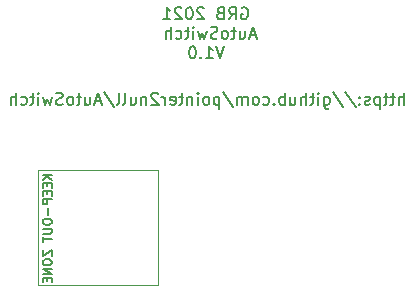
<source format=gbr>
%TF.GenerationSoftware,KiCad,Pcbnew,(5.1.10)-1*%
%TF.CreationDate,2021-12-14T14:45:45+00:00*%
%TF.ProjectId,vacSwitch,76616353-7769-4746-9368-2e6b69636164,rev?*%
%TF.SameCoordinates,Original*%
%TF.FileFunction,Legend,Bot*%
%TF.FilePolarity,Positive*%
%FSLAX46Y46*%
G04 Gerber Fmt 4.6, Leading zero omitted, Abs format (unit mm)*
G04 Created by KiCad (PCBNEW (5.1.10)-1) date 2021-12-14 14:45:45*
%MOMM*%
%LPD*%
G01*
G04 APERTURE LIST*
%ADD10C,0.150000*%
%ADD11C,0.120000*%
G04 APERTURE END LIST*
D10*
X165105857Y-110815380D02*
X165105857Y-109815380D01*
X164677285Y-110815380D02*
X164677285Y-110291571D01*
X164724904Y-110196333D01*
X164820142Y-110148714D01*
X164963000Y-110148714D01*
X165058238Y-110196333D01*
X165105857Y-110243952D01*
X164343952Y-110148714D02*
X163963000Y-110148714D01*
X164201095Y-109815380D02*
X164201095Y-110672523D01*
X164153476Y-110767761D01*
X164058238Y-110815380D01*
X163963000Y-110815380D01*
X163772523Y-110148714D02*
X163391571Y-110148714D01*
X163629666Y-109815380D02*
X163629666Y-110672523D01*
X163582047Y-110767761D01*
X163486809Y-110815380D01*
X163391571Y-110815380D01*
X163058238Y-110148714D02*
X163058238Y-111148714D01*
X163058238Y-110196333D02*
X162963000Y-110148714D01*
X162772523Y-110148714D01*
X162677285Y-110196333D01*
X162629666Y-110243952D01*
X162582047Y-110339190D01*
X162582047Y-110624904D01*
X162629666Y-110720142D01*
X162677285Y-110767761D01*
X162772523Y-110815380D01*
X162963000Y-110815380D01*
X163058238Y-110767761D01*
X162201095Y-110767761D02*
X162105857Y-110815380D01*
X161915380Y-110815380D01*
X161820142Y-110767761D01*
X161772523Y-110672523D01*
X161772523Y-110624904D01*
X161820142Y-110529666D01*
X161915380Y-110482047D01*
X162058238Y-110482047D01*
X162153476Y-110434428D01*
X162201095Y-110339190D01*
X162201095Y-110291571D01*
X162153476Y-110196333D01*
X162058238Y-110148714D01*
X161915380Y-110148714D01*
X161820142Y-110196333D01*
X161343952Y-110720142D02*
X161296333Y-110767761D01*
X161343952Y-110815380D01*
X161391571Y-110767761D01*
X161343952Y-110720142D01*
X161343952Y-110815380D01*
X161343952Y-110196333D02*
X161296333Y-110243952D01*
X161343952Y-110291571D01*
X161391571Y-110243952D01*
X161343952Y-110196333D01*
X161343952Y-110291571D01*
X160153476Y-109767761D02*
X161010619Y-111053476D01*
X159105857Y-109767761D02*
X159963000Y-111053476D01*
X158343952Y-110148714D02*
X158343952Y-110958238D01*
X158391571Y-111053476D01*
X158439190Y-111101095D01*
X158534428Y-111148714D01*
X158677285Y-111148714D01*
X158772523Y-111101095D01*
X158343952Y-110767761D02*
X158439190Y-110815380D01*
X158629666Y-110815380D01*
X158724904Y-110767761D01*
X158772523Y-110720142D01*
X158820142Y-110624904D01*
X158820142Y-110339190D01*
X158772523Y-110243952D01*
X158724904Y-110196333D01*
X158629666Y-110148714D01*
X158439190Y-110148714D01*
X158343952Y-110196333D01*
X157867761Y-110815380D02*
X157867761Y-110148714D01*
X157867761Y-109815380D02*
X157915380Y-109863000D01*
X157867761Y-109910619D01*
X157820142Y-109863000D01*
X157867761Y-109815380D01*
X157867761Y-109910619D01*
X157534428Y-110148714D02*
X157153476Y-110148714D01*
X157391571Y-109815380D02*
X157391571Y-110672523D01*
X157343952Y-110767761D01*
X157248714Y-110815380D01*
X157153476Y-110815380D01*
X156820142Y-110815380D02*
X156820142Y-109815380D01*
X156391571Y-110815380D02*
X156391571Y-110291571D01*
X156439190Y-110196333D01*
X156534428Y-110148714D01*
X156677285Y-110148714D01*
X156772523Y-110196333D01*
X156820142Y-110243952D01*
X155486809Y-110148714D02*
X155486809Y-110815380D01*
X155915380Y-110148714D02*
X155915380Y-110672523D01*
X155867761Y-110767761D01*
X155772523Y-110815380D01*
X155629666Y-110815380D01*
X155534428Y-110767761D01*
X155486809Y-110720142D01*
X155010619Y-110815380D02*
X155010619Y-109815380D01*
X155010619Y-110196333D02*
X154915380Y-110148714D01*
X154724904Y-110148714D01*
X154629666Y-110196333D01*
X154582047Y-110243952D01*
X154534428Y-110339190D01*
X154534428Y-110624904D01*
X154582047Y-110720142D01*
X154629666Y-110767761D01*
X154724904Y-110815380D01*
X154915380Y-110815380D01*
X155010619Y-110767761D01*
X154105857Y-110720142D02*
X154058238Y-110767761D01*
X154105857Y-110815380D01*
X154153476Y-110767761D01*
X154105857Y-110720142D01*
X154105857Y-110815380D01*
X153201095Y-110767761D02*
X153296333Y-110815380D01*
X153486809Y-110815380D01*
X153582047Y-110767761D01*
X153629666Y-110720142D01*
X153677285Y-110624904D01*
X153677285Y-110339190D01*
X153629666Y-110243952D01*
X153582047Y-110196333D01*
X153486809Y-110148714D01*
X153296333Y-110148714D01*
X153201095Y-110196333D01*
X152629666Y-110815380D02*
X152724904Y-110767761D01*
X152772523Y-110720142D01*
X152820142Y-110624904D01*
X152820142Y-110339190D01*
X152772523Y-110243952D01*
X152724904Y-110196333D01*
X152629666Y-110148714D01*
X152486809Y-110148714D01*
X152391571Y-110196333D01*
X152343952Y-110243952D01*
X152296333Y-110339190D01*
X152296333Y-110624904D01*
X152343952Y-110720142D01*
X152391571Y-110767761D01*
X152486809Y-110815380D01*
X152629666Y-110815380D01*
X151867761Y-110815380D02*
X151867761Y-110148714D01*
X151867761Y-110243952D02*
X151820142Y-110196333D01*
X151724904Y-110148714D01*
X151582047Y-110148714D01*
X151486809Y-110196333D01*
X151439190Y-110291571D01*
X151439190Y-110815380D01*
X151439190Y-110291571D02*
X151391571Y-110196333D01*
X151296333Y-110148714D01*
X151153476Y-110148714D01*
X151058238Y-110196333D01*
X151010619Y-110291571D01*
X151010619Y-110815380D01*
X149820142Y-109767761D02*
X150677285Y-111053476D01*
X149486809Y-110148714D02*
X149486809Y-111148714D01*
X149486809Y-110196333D02*
X149391571Y-110148714D01*
X149201095Y-110148714D01*
X149105857Y-110196333D01*
X149058238Y-110243952D01*
X149010619Y-110339190D01*
X149010619Y-110624904D01*
X149058238Y-110720142D01*
X149105857Y-110767761D01*
X149201095Y-110815380D01*
X149391571Y-110815380D01*
X149486809Y-110767761D01*
X148439190Y-110815380D02*
X148534428Y-110767761D01*
X148582047Y-110720142D01*
X148629666Y-110624904D01*
X148629666Y-110339190D01*
X148582047Y-110243952D01*
X148534428Y-110196333D01*
X148439190Y-110148714D01*
X148296333Y-110148714D01*
X148201095Y-110196333D01*
X148153476Y-110243952D01*
X148105857Y-110339190D01*
X148105857Y-110624904D01*
X148153476Y-110720142D01*
X148201095Y-110767761D01*
X148296333Y-110815380D01*
X148439190Y-110815380D01*
X147677285Y-110815380D02*
X147677285Y-110148714D01*
X147677285Y-109815380D02*
X147724904Y-109863000D01*
X147677285Y-109910619D01*
X147629666Y-109863000D01*
X147677285Y-109815380D01*
X147677285Y-109910619D01*
X147201095Y-110148714D02*
X147201095Y-110815380D01*
X147201095Y-110243952D02*
X147153476Y-110196333D01*
X147058238Y-110148714D01*
X146915380Y-110148714D01*
X146820142Y-110196333D01*
X146772523Y-110291571D01*
X146772523Y-110815380D01*
X146439190Y-110148714D02*
X146058238Y-110148714D01*
X146296333Y-109815380D02*
X146296333Y-110672523D01*
X146248714Y-110767761D01*
X146153476Y-110815380D01*
X146058238Y-110815380D01*
X145343952Y-110767761D02*
X145439190Y-110815380D01*
X145629666Y-110815380D01*
X145724904Y-110767761D01*
X145772523Y-110672523D01*
X145772523Y-110291571D01*
X145724904Y-110196333D01*
X145629666Y-110148714D01*
X145439190Y-110148714D01*
X145343952Y-110196333D01*
X145296333Y-110291571D01*
X145296333Y-110386809D01*
X145772523Y-110482047D01*
X144867761Y-110815380D02*
X144867761Y-110148714D01*
X144867761Y-110339190D02*
X144820142Y-110243952D01*
X144772523Y-110196333D01*
X144677285Y-110148714D01*
X144582047Y-110148714D01*
X144296333Y-109910619D02*
X144248714Y-109863000D01*
X144153476Y-109815380D01*
X143915380Y-109815380D01*
X143820142Y-109863000D01*
X143772523Y-109910619D01*
X143724904Y-110005857D01*
X143724904Y-110101095D01*
X143772523Y-110243952D01*
X144343952Y-110815380D01*
X143724904Y-110815380D01*
X143296333Y-110148714D02*
X143296333Y-110815380D01*
X143296333Y-110243952D02*
X143248714Y-110196333D01*
X143153476Y-110148714D01*
X143010619Y-110148714D01*
X142915380Y-110196333D01*
X142867761Y-110291571D01*
X142867761Y-110815380D01*
X141963000Y-110148714D02*
X141963000Y-110815380D01*
X142391571Y-110148714D02*
X142391571Y-110672523D01*
X142343952Y-110767761D01*
X142248714Y-110815380D01*
X142105857Y-110815380D01*
X142010619Y-110767761D01*
X141963000Y-110720142D01*
X141343952Y-110815380D02*
X141439190Y-110767761D01*
X141486809Y-110672523D01*
X141486809Y-109815380D01*
X140820142Y-110815380D02*
X140915380Y-110767761D01*
X140963000Y-110672523D01*
X140963000Y-109815380D01*
X139724904Y-109767761D02*
X140582047Y-111053476D01*
X139439190Y-110529666D02*
X138963000Y-110529666D01*
X139534428Y-110815380D02*
X139201095Y-109815380D01*
X138867761Y-110815380D01*
X138105857Y-110148714D02*
X138105857Y-110815380D01*
X138534428Y-110148714D02*
X138534428Y-110672523D01*
X138486809Y-110767761D01*
X138391571Y-110815380D01*
X138248714Y-110815380D01*
X138153476Y-110767761D01*
X138105857Y-110720142D01*
X137772523Y-110148714D02*
X137391571Y-110148714D01*
X137629666Y-109815380D02*
X137629666Y-110672523D01*
X137582047Y-110767761D01*
X137486809Y-110815380D01*
X137391571Y-110815380D01*
X136915380Y-110815380D02*
X137010619Y-110767761D01*
X137058238Y-110720142D01*
X137105857Y-110624904D01*
X137105857Y-110339190D01*
X137058238Y-110243952D01*
X137010619Y-110196333D01*
X136915380Y-110148714D01*
X136772523Y-110148714D01*
X136677285Y-110196333D01*
X136629666Y-110243952D01*
X136582047Y-110339190D01*
X136582047Y-110624904D01*
X136629666Y-110720142D01*
X136677285Y-110767761D01*
X136772523Y-110815380D01*
X136915380Y-110815380D01*
X136201095Y-110767761D02*
X136058238Y-110815380D01*
X135820142Y-110815380D01*
X135724904Y-110767761D01*
X135677285Y-110720142D01*
X135629666Y-110624904D01*
X135629666Y-110529666D01*
X135677285Y-110434428D01*
X135724904Y-110386809D01*
X135820142Y-110339190D01*
X136010619Y-110291571D01*
X136105857Y-110243952D01*
X136153476Y-110196333D01*
X136201095Y-110101095D01*
X136201095Y-110005857D01*
X136153476Y-109910619D01*
X136105857Y-109863000D01*
X136010619Y-109815380D01*
X135772523Y-109815380D01*
X135629666Y-109863000D01*
X135296333Y-110148714D02*
X135105857Y-110815380D01*
X134915380Y-110339190D01*
X134724904Y-110815380D01*
X134534428Y-110148714D01*
X134153476Y-110815380D02*
X134153476Y-110148714D01*
X134153476Y-109815380D02*
X134201095Y-109863000D01*
X134153476Y-109910619D01*
X134105857Y-109863000D01*
X134153476Y-109815380D01*
X134153476Y-109910619D01*
X133820142Y-110148714D02*
X133439190Y-110148714D01*
X133677285Y-109815380D02*
X133677285Y-110672523D01*
X133629666Y-110767761D01*
X133534428Y-110815380D01*
X133439190Y-110815380D01*
X132677285Y-110767761D02*
X132772523Y-110815380D01*
X132963000Y-110815380D01*
X133058238Y-110767761D01*
X133105857Y-110720142D01*
X133153476Y-110624904D01*
X133153476Y-110339190D01*
X133105857Y-110243952D01*
X133058238Y-110196333D01*
X132963000Y-110148714D01*
X132772523Y-110148714D01*
X132677285Y-110196333D01*
X132248714Y-110815380D02*
X132248714Y-109815380D01*
X131820142Y-110815380D02*
X131820142Y-110291571D01*
X131867761Y-110196333D01*
X131963000Y-110148714D01*
X132105857Y-110148714D01*
X132201095Y-110196333D01*
X132248714Y-110243952D01*
D11*
X134112000Y-116332000D02*
X134239000Y-116332000D01*
X134112000Y-126111000D02*
X134112000Y-116332000D01*
X144272000Y-126111000D02*
X134112000Y-126111000D01*
X144272000Y-116332000D02*
X144272000Y-126111000D01*
X134239000Y-116332000D02*
X144272000Y-116332000D01*
D10*
X151359809Y-102625000D02*
X151455047Y-102577380D01*
X151597904Y-102577380D01*
X151740761Y-102625000D01*
X151836000Y-102720238D01*
X151883619Y-102815476D01*
X151931238Y-103005952D01*
X151931238Y-103148809D01*
X151883619Y-103339285D01*
X151836000Y-103434523D01*
X151740761Y-103529761D01*
X151597904Y-103577380D01*
X151502666Y-103577380D01*
X151359809Y-103529761D01*
X151312190Y-103482142D01*
X151312190Y-103148809D01*
X151502666Y-103148809D01*
X150312190Y-103577380D02*
X150645523Y-103101190D01*
X150883619Y-103577380D02*
X150883619Y-102577380D01*
X150502666Y-102577380D01*
X150407428Y-102625000D01*
X150359809Y-102672619D01*
X150312190Y-102767857D01*
X150312190Y-102910714D01*
X150359809Y-103005952D01*
X150407428Y-103053571D01*
X150502666Y-103101190D01*
X150883619Y-103101190D01*
X149550285Y-103053571D02*
X149407428Y-103101190D01*
X149359809Y-103148809D01*
X149312190Y-103244047D01*
X149312190Y-103386904D01*
X149359809Y-103482142D01*
X149407428Y-103529761D01*
X149502666Y-103577380D01*
X149883619Y-103577380D01*
X149883619Y-102577380D01*
X149550285Y-102577380D01*
X149455047Y-102625000D01*
X149407428Y-102672619D01*
X149359809Y-102767857D01*
X149359809Y-102863095D01*
X149407428Y-102958333D01*
X149455047Y-103005952D01*
X149550285Y-103053571D01*
X149883619Y-103053571D01*
X148169333Y-102672619D02*
X148121714Y-102625000D01*
X148026476Y-102577380D01*
X147788380Y-102577380D01*
X147693142Y-102625000D01*
X147645523Y-102672619D01*
X147597904Y-102767857D01*
X147597904Y-102863095D01*
X147645523Y-103005952D01*
X148216952Y-103577380D01*
X147597904Y-103577380D01*
X146978857Y-102577380D02*
X146883619Y-102577380D01*
X146788380Y-102625000D01*
X146740761Y-102672619D01*
X146693142Y-102767857D01*
X146645523Y-102958333D01*
X146645523Y-103196428D01*
X146693142Y-103386904D01*
X146740761Y-103482142D01*
X146788380Y-103529761D01*
X146883619Y-103577380D01*
X146978857Y-103577380D01*
X147074095Y-103529761D01*
X147121714Y-103482142D01*
X147169333Y-103386904D01*
X147216952Y-103196428D01*
X147216952Y-102958333D01*
X147169333Y-102767857D01*
X147121714Y-102672619D01*
X147074095Y-102625000D01*
X146978857Y-102577380D01*
X146264571Y-102672619D02*
X146216952Y-102625000D01*
X146121714Y-102577380D01*
X145883619Y-102577380D01*
X145788380Y-102625000D01*
X145740761Y-102672619D01*
X145693142Y-102767857D01*
X145693142Y-102863095D01*
X145740761Y-103005952D01*
X146312190Y-103577380D01*
X145693142Y-103577380D01*
X144740761Y-103577380D02*
X145312190Y-103577380D01*
X145026476Y-103577380D02*
X145026476Y-102577380D01*
X145121714Y-102720238D01*
X145216952Y-102815476D01*
X145312190Y-102863095D01*
X152550285Y-104941666D02*
X152074095Y-104941666D01*
X152645523Y-105227380D02*
X152312190Y-104227380D01*
X151978857Y-105227380D01*
X151216952Y-104560714D02*
X151216952Y-105227380D01*
X151645523Y-104560714D02*
X151645523Y-105084523D01*
X151597904Y-105179761D01*
X151502666Y-105227380D01*
X151359809Y-105227380D01*
X151264571Y-105179761D01*
X151216952Y-105132142D01*
X150883619Y-104560714D02*
X150502666Y-104560714D01*
X150740761Y-104227380D02*
X150740761Y-105084523D01*
X150693142Y-105179761D01*
X150597904Y-105227380D01*
X150502666Y-105227380D01*
X150026476Y-105227380D02*
X150121714Y-105179761D01*
X150169333Y-105132142D01*
X150216952Y-105036904D01*
X150216952Y-104751190D01*
X150169333Y-104655952D01*
X150121714Y-104608333D01*
X150026476Y-104560714D01*
X149883619Y-104560714D01*
X149788380Y-104608333D01*
X149740761Y-104655952D01*
X149693142Y-104751190D01*
X149693142Y-105036904D01*
X149740761Y-105132142D01*
X149788380Y-105179761D01*
X149883619Y-105227380D01*
X150026476Y-105227380D01*
X149312190Y-105179761D02*
X149169333Y-105227380D01*
X148931238Y-105227380D01*
X148836000Y-105179761D01*
X148788380Y-105132142D01*
X148740761Y-105036904D01*
X148740761Y-104941666D01*
X148788380Y-104846428D01*
X148836000Y-104798809D01*
X148931238Y-104751190D01*
X149121714Y-104703571D01*
X149216952Y-104655952D01*
X149264571Y-104608333D01*
X149312190Y-104513095D01*
X149312190Y-104417857D01*
X149264571Y-104322619D01*
X149216952Y-104275000D01*
X149121714Y-104227380D01*
X148883619Y-104227380D01*
X148740761Y-104275000D01*
X148407428Y-104560714D02*
X148216952Y-105227380D01*
X148026476Y-104751190D01*
X147836000Y-105227380D01*
X147645523Y-104560714D01*
X147264571Y-105227380D02*
X147264571Y-104560714D01*
X147264571Y-104227380D02*
X147312190Y-104275000D01*
X147264571Y-104322619D01*
X147216952Y-104275000D01*
X147264571Y-104227380D01*
X147264571Y-104322619D01*
X146931238Y-104560714D02*
X146550285Y-104560714D01*
X146788380Y-104227380D02*
X146788380Y-105084523D01*
X146740761Y-105179761D01*
X146645523Y-105227380D01*
X146550285Y-105227380D01*
X145788380Y-105179761D02*
X145883619Y-105227380D01*
X146074095Y-105227380D01*
X146169333Y-105179761D01*
X146216952Y-105132142D01*
X146264571Y-105036904D01*
X146264571Y-104751190D01*
X146216952Y-104655952D01*
X146169333Y-104608333D01*
X146074095Y-104560714D01*
X145883619Y-104560714D01*
X145788380Y-104608333D01*
X145359809Y-105227380D02*
X145359809Y-104227380D01*
X144931238Y-105227380D02*
X144931238Y-104703571D01*
X144978857Y-104608333D01*
X145074095Y-104560714D01*
X145216952Y-104560714D01*
X145312190Y-104608333D01*
X145359809Y-104655952D01*
X149859809Y-105877380D02*
X149526476Y-106877380D01*
X149193142Y-105877380D01*
X148336000Y-106877380D02*
X148907428Y-106877380D01*
X148621714Y-106877380D02*
X148621714Y-105877380D01*
X148716952Y-106020238D01*
X148812190Y-106115476D01*
X148907428Y-106163095D01*
X147907428Y-106782142D02*
X147859809Y-106829761D01*
X147907428Y-106877380D01*
X147955047Y-106829761D01*
X147907428Y-106782142D01*
X147907428Y-106877380D01*
X147240761Y-105877380D02*
X147145523Y-105877380D01*
X147050285Y-105925000D01*
X147002666Y-105972619D01*
X146955047Y-106067857D01*
X146907428Y-106258333D01*
X146907428Y-106496428D01*
X146955047Y-106686904D01*
X147002666Y-106782142D01*
X147050285Y-106829761D01*
X147145523Y-106877380D01*
X147240761Y-106877380D01*
X147336000Y-106829761D01*
X147383619Y-106782142D01*
X147431238Y-106686904D01*
X147478857Y-106496428D01*
X147478857Y-106258333D01*
X147431238Y-106067857D01*
X147383619Y-105972619D01*
X147336000Y-105925000D01*
X147240761Y-105877380D01*
%TO.C,PS1*%
X135271285Y-116731428D02*
X134521285Y-116731428D01*
X135271285Y-117160000D02*
X134842714Y-116838571D01*
X134521285Y-117160000D02*
X134949857Y-116731428D01*
X134878428Y-117481428D02*
X134878428Y-117731428D01*
X135271285Y-117838571D02*
X135271285Y-117481428D01*
X134521285Y-117481428D01*
X134521285Y-117838571D01*
X134878428Y-118160000D02*
X134878428Y-118410000D01*
X135271285Y-118517142D02*
X135271285Y-118160000D01*
X134521285Y-118160000D01*
X134521285Y-118517142D01*
X135271285Y-118838571D02*
X134521285Y-118838571D01*
X134521285Y-119124285D01*
X134557000Y-119195714D01*
X134592714Y-119231428D01*
X134664142Y-119267142D01*
X134771285Y-119267142D01*
X134842714Y-119231428D01*
X134878428Y-119195714D01*
X134914142Y-119124285D01*
X134914142Y-118838571D01*
X134985571Y-119588571D02*
X134985571Y-120160000D01*
X134521285Y-120660000D02*
X134521285Y-120802857D01*
X134557000Y-120874285D01*
X134628428Y-120945714D01*
X134771285Y-120981428D01*
X135021285Y-120981428D01*
X135164142Y-120945714D01*
X135235571Y-120874285D01*
X135271285Y-120802857D01*
X135271285Y-120660000D01*
X135235571Y-120588571D01*
X135164142Y-120517142D01*
X135021285Y-120481428D01*
X134771285Y-120481428D01*
X134628428Y-120517142D01*
X134557000Y-120588571D01*
X134521285Y-120660000D01*
X134521285Y-121302857D02*
X135128428Y-121302857D01*
X135199857Y-121338571D01*
X135235571Y-121374285D01*
X135271285Y-121445714D01*
X135271285Y-121588571D01*
X135235571Y-121660000D01*
X135199857Y-121695714D01*
X135128428Y-121731428D01*
X134521285Y-121731428D01*
X134521285Y-121981428D02*
X134521285Y-122410000D01*
X135271285Y-122195714D02*
X134521285Y-122195714D01*
X134521285Y-123160000D02*
X134521285Y-123660000D01*
X135271285Y-123160000D01*
X135271285Y-123660000D01*
X134521285Y-124088571D02*
X134521285Y-124231428D01*
X134557000Y-124302857D01*
X134628428Y-124374285D01*
X134771285Y-124409999D01*
X135021285Y-124409999D01*
X135164142Y-124374285D01*
X135235571Y-124302857D01*
X135271285Y-124231428D01*
X135271285Y-124088571D01*
X135235571Y-124017142D01*
X135164142Y-123945714D01*
X135021285Y-123909999D01*
X134771285Y-123909999D01*
X134628428Y-123945714D01*
X134557000Y-124017142D01*
X134521285Y-124088571D01*
X135271285Y-124731428D02*
X134521285Y-124731428D01*
X135271285Y-125159999D01*
X134521285Y-125159999D01*
X134878428Y-125517142D02*
X134878428Y-125767142D01*
X135271285Y-125874285D02*
X135271285Y-125517142D01*
X134521285Y-125517142D01*
X134521285Y-125874285D01*
%TD*%
M02*

</source>
